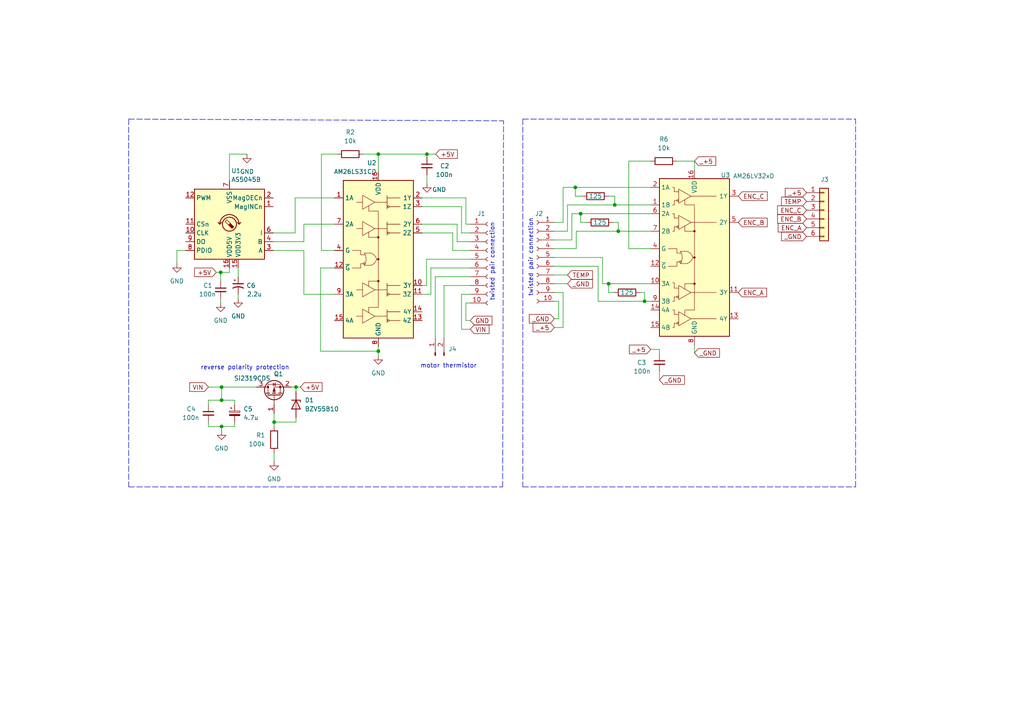
<source format=kicad_sch>
(kicad_sch (version 20211123) (generator eeschema)
  (paper "A4")
  (lib_symbols
    (symbol "Connector:Conn_01x02_Male" (pin_names (offset 1.016) hide)
      (property "Reference" "J" (at 0 2.54 0))
      (property "Value" "Conn_01x02_Male" (at 0 -5.08 0))
      (symbol "Conn_01x02_Male_1_1"
        (polyline (pts (xy 1.27 -2.54) (xy 0.8636 -2.54)) (stroke (width 0.1524)))
        (polyline (pts (xy 1.27 0) (xy 0.8636 0)) (stroke (width 0.1524)))
        (rectangle (start 0.8636 -2.413) (end 0 -2.667) (stroke (width 0.1524)) (fill (type outline)))
        (rectangle (start 0.8636 0.127) (end 0 -0.127) (stroke (width 0.1524)) (fill (type outline)))
        (pin passive line (at 5.08 0 180) (length 3.81) (name "Pin_1") (number "1"))
        (pin passive line (at 5.08 -2.54 180) (length 3.81) (name "Pin_2") (number "2"))
      )
    )
    (symbol "Connector:Conn_01x10_Female" (pin_names (offset 1.016) hide)
      (property "Reference" "J" (at 0 12.7 0))
      (property "Value" "Conn_01x10_Female" (at 0 -15.24 0))
      (symbol "Conn_01x10_Female_1_1"
        (arc (start 0 -12.192) (mid -0.508 -12.7) (end 0 -13.208) (stroke (width 0.1524)))
        (arc (start 0 -9.652) (mid -0.508 -10.16) (end 0 -10.668) (stroke (width 0.1524)))
        (arc (start 0 -7.112) (mid -0.508 -7.62) (end 0 -8.128) (stroke (width 0.1524)))
        (arc (start 0 -4.572) (mid -0.508 -5.08) (end 0 -5.588) (stroke (width 0.1524)))
        (arc (start 0 -2.032) (mid -0.508 -2.54) (end 0 -3.048) (stroke (width 0.1524)))
        (polyline (pts (xy -1.27 -12.7) (xy -0.508 -12.7)) (stroke (width 0.1524)))
        (polyline (pts (xy -1.27 -10.16) (xy -0.508 -10.16)) (stroke (width 0.1524)))
        (polyline (pts (xy -1.27 -7.62) (xy -0.508 -7.62)) (stroke (width 0.1524)))
        (polyline (pts (xy -1.27 -5.08) (xy -0.508 -5.08)) (stroke (width 0.1524)))
        (polyline (pts (xy -1.27 -2.54) (xy -0.508 -2.54)) (stroke (width 0.1524)))
        (polyline (pts (xy -1.27 0) (xy -0.508 0)) (stroke (width 0.1524)))
        (polyline (pts (xy -1.27 2.54) (xy -0.508 2.54)) (stroke (width 0.1524)))
        (polyline (pts (xy -1.27 5.08) (xy -0.508 5.08)) (stroke (width 0.1524)))
        (polyline (pts (xy -1.27 7.62) (xy -0.508 7.62)) (stroke (width 0.1524)))
        (polyline (pts (xy -1.27 10.16) (xy -0.508 10.16)) (stroke (width 0.1524)))
        (arc (start 0 0.508) (mid -0.508 0) (end 0 -0.508) (stroke (width 0.1524)))
        (arc (start 0 3.048) (mid -0.508 2.54) (end 0 2.032) (stroke (width 0.1524)))
        (arc (start 0 5.588) (mid -0.508 5.08) (end 0 4.572) (stroke (width 0.1524)))
        (arc (start 0 8.128) (mid -0.508 7.62) (end 0 7.112) (stroke (width 0.1524)))
        (arc (start 0 10.668) (mid -0.508 10.16) (end 0 9.652) (stroke (width 0.1524)))
        (pin passive line (at -5.08 10.16 0) (length 3.81) (name "Pin_1") (number "1"))
        (pin passive line (at -5.08 -12.7 0) (length 3.81) (name "Pin_10") (number "10"))
        (pin passive line (at -5.08 7.62 0) (length 3.81) (name "Pin_2") (number "2"))
        (pin passive line (at -5.08 5.08 0) (length 3.81) (name "Pin_3") (number "3"))
        (pin passive line (at -5.08 2.54 0) (length 3.81) (name "Pin_4") (number "4"))
        (pin passive line (at -5.08 0 0) (length 3.81) (name "Pin_5") (number "5"))
        (pin passive line (at -5.08 -2.54 0) (length 3.81) (name "Pin_6") (number "6"))
        (pin passive line (at -5.08 -5.08 0) (length 3.81) (name "Pin_7") (number "7"))
        (pin passive line (at -5.08 -7.62 0) (length 3.81) (name "Pin_8") (number "8"))
        (pin passive line (at -5.08 -10.16 0) (length 3.81) (name "Pin_9") (number "9"))
      )
    )
    (symbol "Connector_Generic:Conn_01x06" (pin_names (offset 1.016) hide)
      (property "Reference" "J" (at 0 7.62 0))
      (property "Value" "Conn_01x06" (at 0 -10.16 0))
      (symbol "Conn_01x06_1_1"
        (rectangle (start -1.27 -7.493) (end 0 -7.747) (stroke (width 0.1524)))
        (rectangle (start -1.27 -4.953) (end 0 -5.207) (stroke (width 0.1524)))
        (rectangle (start -1.27 -2.413) (end 0 -2.667) (stroke (width 0.1524)))
        (rectangle (start -1.27 0.127) (end 0 -0.127) (stroke (width 0.1524)))
        (rectangle (start -1.27 2.667) (end 0 2.413) (stroke (width 0.1524)))
        (rectangle (start -1.27 5.207) (end 0 4.953) (stroke (width 0.1524)))
        (rectangle (start -1.27 6.35) (end 1.27 -8.89) (stroke (width 0.254)) (fill (type background)))
        (pin passive line (at -5.08 5.08 0) (length 3.81) (name "Pin_1") (number "1"))
        (pin passive line (at -5.08 2.54 0) (length 3.81) (name "Pin_2") (number "2"))
        (pin passive line (at -5.08 0 0) (length 3.81) (name "Pin_3") (number "3"))
        (pin passive line (at -5.08 -2.54 0) (length 3.81) (name "Pin_4") (number "4"))
        (pin passive line (at -5.08 -5.08 0) (length 3.81) (name "Pin_5") (number "5"))
        (pin passive line (at -5.08 -7.62 0) (length 3.81) (name "Pin_6") (number "6"))
      )
    )
    (symbol "Device:C_Polarized_Small" (pin_numbers hide) (pin_names (offset 0.254) hide)
      (property "Reference" "C" (at 0.254 1.778 0))
      (property "Value" "C_Polarized_Small" (at 0.254 -2.032 0))
      (symbol "C_Polarized_Small_0_1"
        (rectangle (start -1.524 -0.3048) (end 1.524 -0.6858) (fill (type outline)))
        (rectangle (start -1.524 0.6858) (end 1.524 0.3048))
        (polyline (pts (xy -1.27 1.524) (xy -0.762 1.524)))
        (polyline (pts (xy -1.016 1.27) (xy -1.016 1.778)))
      )
      (symbol "C_Polarized_Small_1_1"
        (pin passive line (at 0 2.54 270) (length 1.8542) (name "~") (number "1"))
        (pin passive line (at 0 -2.54 90) (length 1.8542) (name "~") (number "2"))
      )
    )
    (symbol "Device:C_Polarized_Small_US" (pin_numbers hide) (pin_names (offset 0.254) hide)
      (property "Reference" "C" (at 0.254 1.778 0))
      (property "Value" "C_Polarized_Small_US" (at 0.254 -2.032 0))
      (symbol "C_Polarized_Small_US_0_1"
        (polyline (pts (xy -1.524 0.508) (xy 1.524 0.508)) (stroke (width 0.3048)))
        (polyline (pts (xy -1.27 1.524) (xy -0.762 1.524)))
        (polyline (pts (xy -1.016 1.27) (xy -1.016 1.778)))
        (arc (start 1.524 -0.762) (mid 0 -0.3734) (end -1.524 -0.762) (stroke (width 0.3048)))
      )
      (symbol "C_Polarized_Small_US_1_1"
        (pin passive line (at 0 2.54 270) (length 2.032) (name "~") (number "1"))
        (pin passive line (at 0 -2.54 90) (length 2.032) (name "~") (number "2"))
      )
    )
    (symbol "Device:C_Small" (pin_numbers hide) (pin_names (offset 0.254) hide)
      (property "Reference" "C" (at 0.254 1.778 0))
      (property "Value" "C_Small" (at 0.254 -2.032 0))
      (symbol "C_Small_0_1"
        (polyline (pts (xy -1.524 -0.508) (xy 1.524 -0.508)) (stroke (width 0.3302)))
        (polyline (pts (xy -1.524 0.508) (xy 1.524 0.508)) (stroke (width 0.3048)))
      )
      (symbol "C_Small_1_1"
        (pin passive line (at 0 2.54 270) (length 2.032) (name "~") (number "1"))
        (pin passive line (at 0 -2.54 90) (length 2.032) (name "~") (number "2"))
      )
    )
    (symbol "Device:R" (pin_numbers hide) (pin_names (offset 0))
      (property "Reference" "R" (at 2.032 0 90))
      (property "Value" "R" (at 0 0 90))
      (symbol "R_0_1"
        (rectangle (start -1.016 -2.54) (end 1.016 2.54) (stroke (width 0.254)))
      )
      (symbol "R_1_1"
        (pin passive line (at 0 3.81 270) (length 1.27) (name "~") (number "1"))
        (pin passive line (at 0 -3.81 90) (length 1.27) (name "~") (number "2"))
      )
    )
    (symbol "Diode:BZV55B10" (pin_numbers hide) (pin_names hide)
      (property "Reference" "D" (at 0 2.54 0))
      (property "Value" "BZV55B10" (at 0 -2.54 0))
      (symbol "BZV55B10_0_1"
        (polyline (pts (xy 1.27 0) (xy -1.27 0)))
        (polyline (pts (xy -1.27 -1.27) (xy -1.27 1.27) (xy -0.762 1.27)) (stroke (width 0.254)))
        (polyline (pts (xy 1.27 -1.27) (xy 1.27 1.27) (xy -1.27 0) (xy 1.27 -1.27)) (stroke (width 0.254)))
      )
      (symbol "BZV55B10_1_1"
        (pin passive line (at -3.81 0 0) (length 2.54) (name "K") (number "1"))
        (pin passive line (at 3.81 0 180) (length 2.54) (name "A") (number "2"))
      )
    )
    (symbol "Interface:AM26LS31CD"
      (property "Reference" "U" (at -8.89 24.13 0))
      (property "Value" "AM26LS31CD" (at 10.16 24.13 0))
      (symbol "AM26LS31CD_0_1"
        (rectangle (start -10.16 22.86) (end 10.16 -22.86) (stroke (width 0.254)) (fill (type background)))
        (arc (start -4.064 -1.778) (mid -3.5541 0) (end -4.064 1.778) (stroke (width 0.127)))
        (circle (center -4.064 -1.27) (radius 0.254))
        (arc (start -2.286 -1.778) (mid -1.1381 -1.1479) (end -0.508 0) (stroke (width 0.127)))
        (arc (start -0.508 0) (mid -1.1381 1.1479) (end -2.286 1.778) (stroke (width 0.127)))
        (circle (center 0 -6.35) (radius 0.254) (fill (type outline)))
        (polyline (pts (xy -4.064 -1.778) (xy -2.286 -1.778)) (stroke (width 0.127)))
        (polyline (pts (xy -2.286 1.778) (xy -4.064 1.778)) (stroke (width 0.127)))
        (polyline (pts (xy -1.016 -16.51) (xy 2.54 -16.51)) (stroke (width 0.127)))
        (polyline (pts (xy -1.016 -8.89) (xy 2.54 -8.89)) (stroke (width 0.127)))
        (polyline (pts (xy -1.016 8.89) (xy 2.54 8.89)) (stroke (width 0.127)))
        (polyline (pts (xy -1.016 16.51) (xy 2.54 16.51)) (stroke (width 0.127)))
        (polyline (pts (xy -0.508 0) (xy 0 0)))
        (polyline (pts (xy 0 0) (xy 0 -13.97)) (stroke (width 0.127)))
        (polyline (pts (xy 0 6.35) (xy 0 0)) (stroke (width 0.127)))
        (polyline (pts (xy 2.54 -18.415) (xy 2.54 -14.605)) (stroke (width 0.1524)))
        (polyline (pts (xy 2.54 -15.24) (xy 6.35 -15.24)) (stroke (width 0.1524)))
        (polyline (pts (xy 2.54 -10.795) (xy 2.54 -6.985)) (stroke (width 0.1524)))
        (polyline (pts (xy 2.54 -7.62) (xy 6.35 -7.62)) (stroke (width 0.1524)))
        (polyline (pts (xy 2.54 6.985) (xy 2.54 10.795)) (stroke (width 0.1524)))
        (polyline (pts (xy 2.54 10.16) (xy 6.35 10.16)) (stroke (width 0.1524)))
        (polyline (pts (xy 2.54 14.605) (xy 2.54 18.415)) (stroke (width 0.1524)))
        (polyline (pts (xy 2.54 17.78) (xy 6.35 17.78)) (stroke (width 0.1524)))
        (polyline (pts (xy 6.35 -17.78) (xy 3.302 -17.78)) (stroke (width 0.1524)))
        (polyline (pts (xy 6.35 -10.16) (xy 3.302 -10.16)) (stroke (width 0.1524)))
        (polyline (pts (xy 6.35 7.62) (xy 3.302 7.62)) (stroke (width 0.1524)))
        (polyline (pts (xy 6.35 15.24) (xy 3.302 15.24)) (stroke (width 0.1524)))
        (polyline (pts (xy 0 -13.97) (xy -2.794 -13.97) (xy -2.794 -15.494)) (stroke (width 0.127)))
        (polyline (pts (xy 0 -6.35) (xy -2.794 -6.35) (xy -2.794 -7.874)) (stroke (width 0.127)))
        (polyline (pts (xy 0 6.35) (xy -2.794 6.35) (xy -2.794 7.874)) (stroke (width 0.127)))
        (polyline (pts (xy -7.62 2.54) (xy -5.08 2.54) (xy -5.08 1.27) (xy -3.81 1.27)) (stroke (width 0.127)))
        (polyline (pts (xy -4.572 18.542) (xy -4.572 14.478) (xy -1.016 16.51) (xy -4.572 18.542)) (stroke (width 0.127)))
        (polyline (pts (xy -4.318 -1.27) (xy -5.08 -1.27) (xy -5.08 -2.54) (xy -7.62 -2.54)) (stroke (width 0.127)))
        (polyline (pts (xy 0 6.35) (xy 0 13.97) (xy -2.794 13.97) (xy -2.794 15.494)) (stroke (width 0.127)))
        (circle (center 0 0) (radius 0.254) (fill (type outline)))
        (circle (center 0 6.35) (radius 0.254) (fill (type outline)))
        (circle (center 2.921 -17.78) (radius 0.254))
        (circle (center 2.921 -10.16) (radius 0.254))
        (circle (center 2.921 7.62) (radius 0.254))
        (circle (center 2.921 15.24) (radius 0.254))
      )
      (symbol "AM26LS31CD_1_1"
        (polyline (pts (xy -6.35 -16.51) (xy -4.572 -16.51)) (stroke (width 0.127)))
        (polyline (pts (xy -6.35 -8.89) (xy -4.572 -8.89)) (stroke (width 0.127)))
        (polyline (pts (xy -6.35 8.89) (xy -4.572 8.89)) (stroke (width 0.127)))
        (polyline (pts (xy -6.35 16.51) (xy -4.572 16.51)) (stroke (width 0.127)))
        (polyline (pts (xy -4.572 -14.478) (xy -4.572 -18.542) (xy -1.016 -16.51) (xy -4.572 -14.478)) (stroke (width 0.127)))
        (polyline (pts (xy -4.572 -6.858) (xy -4.572 -10.922) (xy -1.016 -8.89) (xy -4.572 -6.858)) (stroke (width 0.127)))
        (polyline (pts (xy -4.572 10.922) (xy -4.572 6.858) (xy -1.016 8.89) (xy -4.572 10.922)) (stroke (width 0.127)))
        (pin input line (at -12.7 17.78 0) (length 2.54) (name "1A") (number "1"))
        (pin tri_state line (at 12.7 -7.62 180) (length 2.54) (name "3Y") (number "10"))
        (pin tri_state line (at 12.7 -10.16 180) (length 2.54) (name "3Z") (number "11"))
        (pin input line (at -12.7 -2.54 0) (length 2.54) (name "~{G}") (number "12"))
        (pin tri_state line (at 12.7 -17.78 180) (length 2.54) (name "4Z") (number "13"))
        (pin tri_state line (at 12.7 -15.24 180) (length 2.54) (name "4Y") (number "14"))
        (pin input line (at -12.7 -17.78 0) (length 2.54) (name "4A") (number "15"))
        (pin power_in line (at 0 25.4 270) (length 2.54) (name "VDD") (number "16"))
        (pin tri_state line (at 12.7 17.78 180) (length 2.54) (name "1Y") (number "2"))
        (pin tri_state line (at 12.7 15.24 180) (length 2.54) (name "1Z") (number "3"))
        (pin input line (at -12.7 2.54 0) (length 2.54) (name "G") (number "4"))
        (pin tri_state line (at 12.7 7.62 180) (length 2.54) (name "2Z") (number "5"))
        (pin tri_state line (at 12.7 10.16 180) (length 2.54) (name "2Y") (number "6"))
        (pin input line (at -12.7 10.16 0) (length 2.54) (name "2A") (number "7"))
        (pin power_in line (at 0 -25.4 90) (length 2.54) (name "GND") (number "8"))
        (pin input line (at -12.7 -10.16 0) (length 2.54) (name "3A") (number "9"))
      )
    )
    (symbol "Interface:AM26LV32xD"
      (property "Reference" "U" (at -8.89 24.13 0))
      (property "Value" "AM26LV32xD" (at 10.16 24.13 0))
      (symbol "AM26LV32xD_0_1"
        (rectangle (start -10.16 22.86) (end 10.16 -22.86) (stroke (width 0.254)) (fill (type background)))
        (circle (center -4.826 16.51) (radius 0.254))
        (arc (start -4.064 -1.778) (mid -3.5541 0) (end -4.064 1.778) (stroke (width 0.127)))
        (circle (center -4.064 -1.27) (radius 0.254))
        (arc (start -2.286 -1.778) (mid -1.1381 -1.1479) (end -0.508 0) (stroke (width 0.127)))
        (arc (start -0.508 0) (mid -1.1381 1.1479) (end -2.286 1.778) (stroke (width 0.127)))
        (circle (center 0 -7.62) (radius 0.254) (fill (type outline)))
        (polyline (pts (xy -5.842 16.51) (xy -5.08 16.51)) (stroke (width 0.127)))
        (polyline (pts (xy -5.842 19.05) (xy -4.572 19.05)) (stroke (width 0.127)))
        (polyline (pts (xy -4.064 -1.778) (xy -2.286 -1.778)) (stroke (width 0.127)))
        (polyline (pts (xy -2.286 1.778) (xy -4.064 1.778)) (stroke (width 0.127)))
        (polyline (pts (xy -1.016 -17.78) (xy 6.35 -17.78)) (stroke (width 0.127)))
        (polyline (pts (xy -1.016 -10.16) (xy 6.35 -10.16)) (stroke (width 0.127)))
        (polyline (pts (xy -1.016 10.16) (xy 6.35 10.16)) (stroke (width 0.127)))
        (polyline (pts (xy -1.016 17.78) (xy 6.35 17.78)) (stroke (width 0.127)))
        (polyline (pts (xy -0.508 0) (xy 0 0)))
        (polyline (pts (xy 0 0) (xy 0 -15.24)) (stroke (width 0.127)))
        (polyline (pts (xy 0 7.62) (xy 0 0)) (stroke (width 0.127)))
        (polyline (pts (xy -5.842 -19.05) (xy -5.842 -20.32) (xy -6.35 -20.32)) (stroke (width 0.127)))
        (polyline (pts (xy -5.842 -16.51) (xy -5.842 -15.24) (xy -6.35 -15.24)) (stroke (width 0.127)))
        (polyline (pts (xy -5.842 -11.43) (xy -5.842 -12.7) (xy -6.35 -12.7)) (stroke (width 0.127)))
        (polyline (pts (xy -5.842 -8.89) (xy -5.842 -7.366) (xy -6.35 -7.366)) (stroke (width 0.127)))
        (polyline (pts (xy -5.842 8.89) (xy -5.842 7.62) (xy -6.35 7.62)) (stroke (width 0.127)))
        (polyline (pts (xy -5.842 11.43) (xy -5.842 12.7) (xy -6.35 12.7)) (stroke (width 0.127)))
        (polyline (pts (xy -5.842 19.05) (xy -5.842 20.32) (xy -6.35 20.32)) (stroke (width 0.127)))
        (polyline (pts (xy 0 -15.24) (xy -2.794 -15.24) (xy -2.794 -16.764)) (stroke (width 0.127)))
        (polyline (pts (xy 0 -7.62) (xy -2.794 -7.62) (xy -2.794 -9.144)) (stroke (width 0.127)))
        (polyline (pts (xy 0 7.62) (xy -2.794 7.62) (xy -2.794 9.144)) (stroke (width 0.127)))
        (polyline (pts (xy -7.62 2.54) (xy -5.08 2.54) (xy -5.08 1.27) (xy -3.81 1.27)) (stroke (width 0.127)))
        (polyline (pts (xy -5.842 16.51) (xy -5.842 15.24) (xy -6.096 15.24) (xy -6.35 15.24)) (stroke (width 0.127)))
        (polyline (pts (xy -4.572 19.812) (xy -4.572 15.748) (xy -1.016 17.78) (xy -4.572 19.812)) (stroke (width 0.127)))
        (polyline (pts (xy -4.318 -1.27) (xy -5.08 -1.27) (xy -5.08 -2.54) (xy -7.62 -2.54)) (stroke (width 0.127)))
        (polyline (pts (xy 0 7.62) (xy 0 15.24) (xy -2.794 15.24) (xy -2.794 16.764)) (stroke (width 0.127)))
        (circle (center 0 0) (radius 0.254) (fill (type outline)))
        (circle (center 0 7.62) (radius 0.254) (fill (type outline)))
      )
      (symbol "AM26LV32xD_1_1"
        (circle (center -4.826 -19.05) (radius 0.254))
        (circle (center -4.826 -11.43) (radius 0.254))
        (circle (center -4.826 8.89) (radius 0.254))
        (polyline (pts (xy -5.842 -19.05) (xy -5.08 -19.05)) (stroke (width 0.127)))
        (polyline (pts (xy -5.842 -16.51) (xy -4.572 -16.51)) (stroke (width 0.127)))
        (polyline (pts (xy -5.842 -11.43) (xy -5.08 -11.43)) (stroke (width 0.127)))
        (polyline (pts (xy -5.842 -8.89) (xy -4.572 -8.89)) (stroke (width 0.127)))
        (polyline (pts (xy -5.842 8.89) (xy -5.08 8.89)) (stroke (width 0.127)))
        (polyline (pts (xy -5.842 11.43) (xy -4.572 11.43)) (stroke (width 0.127)))
        (polyline (pts (xy -4.572 -15.748) (xy -4.572 -19.812) (xy -1.016 -17.78) (xy -4.572 -15.748)) (stroke (width 0.127)))
        (polyline (pts (xy -4.572 -8.128) (xy -4.572 -12.192) (xy -1.016 -10.16) (xy -4.572 -8.128)) (stroke (width 0.127)))
        (polyline (pts (xy -4.572 12.192) (xy -4.572 8.128) (xy -1.016 10.16) (xy -4.572 12.192)) (stroke (width 0.127)))
        (pin input line (at -12.7 15.24 0) (length 2.54) (name "1B") (number "1"))
        (pin input line (at -12.7 -7.62 0) (length 2.54) (name "3A") (number "10"))
        (pin tri_state line (at 12.7 -10.16 180) (length 2.54) (name "3Y") (number "11"))
        (pin input line (at -12.7 -2.54 0) (length 2.54) (name "~{G}") (number "12"))
        (pin tri_state line (at 12.7 -17.78 180) (length 2.54) (name "4Y") (number "13"))
        (pin input line (at -12.7 -15.24 0) (length 2.54) (name "4A") (number "14"))
        (pin input line (at -12.7 -20.32 0) (length 2.54) (name "4B") (number "15"))
        (pin power_in line (at 0 25.4 270) (length 2.54) (name "VDD") (number "16"))
        (pin input line (at -12.7 20.32 0) (length 2.54) (name "1A") (number "2"))
        (pin tri_state line (at 12.7 17.78 180) (length 2.54) (name "1Y") (number "3"))
        (pin input line (at -12.7 2.54 0) (length 2.54) (name "G") (number "4"))
        (pin tri_state line (at 12.7 10.16 180) (length 2.54) (name "2Y") (number "5"))
        (pin input line (at -12.7 12.7 0) (length 2.54) (name "2A") (number "6"))
        (pin input line (at -12.7 7.62 0) (length 2.54) (name "2B") (number "7"))
        (pin power_in line (at 0 -25.4 90) (length 2.54) (name "GND") (number "8"))
        (pin input line (at -12.7 -12.7 0) (length 2.54) (name "3B") (number "9"))
      )
    )
    (symbol "Sensor_Magnetic:AS5045B"
      (property "Reference" "U" (at -10.16 11.43 0))
      (property "Value" "AS5045B" (at 11.43 11.43 0))
      (symbol "AS5045B_0_1"
        (rectangle (start -10.16 10.16) (end 10.16 -10.16) (stroke (width 0.254)) (fill (type background)))
        (arc (start -2.794 0) (mid 0 -2.794) (end 2.794 0) (stroke (width 0.254)))
        (polyline (pts (xy -2.794 0) (xy -3.302 -0.508)) (stroke (width 0.254)))
        (polyline (pts (xy -2.794 0) (xy -2.286 -0.508)) (stroke (width 0.254)))
        (polyline (pts (xy 2.794 0) (xy 2.286 -0.508)) (stroke (width 0.254)))
        (polyline (pts (xy 2.794 0) (xy 3.302 -0.508)) (stroke (width 0.254)))
        (polyline (pts (xy 0.254 0.254) (xy 1.27 -0.762) (xy 0.762 -1.27) (xy -0.254 -0.254)))
        (polyline (pts (xy -0.762 1.27) (xy 0.254 0.254) (xy -0.254 -0.254) (xy -1.27 0.762) (xy -1.016 1.016) (xy -0.762 1.27) (xy -0.635 1.143)) (fill (type outline)))
        (circle (center 0 0) (radius 2.032) (stroke (width 0.254)))
      )
      (symbol "AS5045B_1_1"
        (pin open_collector line (at -12.7 -5.08 0) (length 2.54) (name "MagINCn") (number "1"))
        (pin input line (at 12.7 2.54 180) (length 2.54) (name "CLK") (number "10"))
        (pin input line (at 12.7 0 180) (length 2.54) (name "CSn") (number "11"))
        (pin output line (at 12.7 -7.62 180) (length 2.54) (name "PWM") (number "12"))
        (pin no_connect line (at 10.16 -5.08 180) (length 2.54) hide (name "NC") (number "13"))
        (pin no_connect line (at 2.54 -10.16 90) (length 2.54) hide (name "NC") (number "14"))
        (pin power_in line (at -2.54 12.7 270) (length 2.54) (name "VDD3V3") (number "15"))
        (pin power_in line (at 0 12.7 270) (length 2.54) (name "VDD5V") (number "16"))
        (pin open_collector line (at -12.7 -7.62 0) (length 2.54) (name "MagDECn") (number "2"))
        (pin output line (at -12.7 7.62 0) (length 2.54) (name "A") (number "3"))
        (pin output line (at -12.7 5.08 0) (length 2.54) (name "B") (number "4"))
        (pin no_connect line (at 10.16 -2.54 180) (length 2.54) hide (name "NC") (number "5"))
        (pin output line (at -12.7 2.54 0) (length 2.54) (name "I") (number "6"))
        (pin power_in line (at 0 -12.7 90) (length 2.54) (name "VSS") (number "7"))
        (pin input line (at 12.7 7.62 180) (length 2.54) (name "PDIO") (number "8"))
        (pin output line (at 12.7 5.08 180) (length 2.54) (name "DO") (number "9"))
      )
    )
    (symbol "Transistor_FET:Si2319CDS" (pin_names hide)
      (property "Reference" "Q" (at 5.08 1.905 0))
      (property "Value" "Si2319CDS" (at 5.08 0 0))
      (symbol "Si2319CDS_0_1"
        (polyline (pts (xy 0.254 0) (xy -2.54 0)))
        (polyline (pts (xy 0.254 1.905) (xy 0.254 -1.905)) (stroke (width 0.254)))
        (polyline (pts (xy 0.762 -1.27) (xy 0.762 -2.286)) (stroke (width 0.254)))
        (polyline (pts (xy 0.762 0.508) (xy 0.762 -0.508)) (stroke (width 0.254)))
        (polyline (pts (xy 0.762 2.286) (xy 0.762 1.27)) (stroke (width 0.254)))
        (polyline (pts (xy 2.54 2.54) (xy 2.54 1.778)))
        (polyline (pts (xy 2.54 -2.54) (xy 2.54 0) (xy 0.762 0)))
        (polyline (pts (xy 0.762 1.778) (xy 3.302 1.778) (xy 3.302 -1.778) (xy 0.762 -1.778)))
        (polyline (pts (xy 2.286 0) (xy 1.27 0.381) (xy 1.27 -0.381) (xy 2.286 0)) (fill (type outline)))
        (polyline (pts (xy 2.794 -0.508) (xy 2.921 -0.381) (xy 3.683 -0.381) (xy 3.81 -0.254)))
        (polyline (pts (xy 3.302 -0.381) (xy 2.921 0.254) (xy 3.683 0.254) (xy 3.302 -0.381)))
        (circle (center 1.651 0) (radius 2.794) (stroke (width 0.254)))
        (circle (center 2.54 -1.778) (radius 0.254) (fill (type outline)))
        (circle (center 2.54 1.778) (radius 0.254) (fill (type outline)))
      )
      (symbol "Si2319CDS_1_1"
        (pin input line (at -5.08 0 0) (length 2.54) (name "G") (number "1"))
        (pin passive line (at 2.54 -5.08 90) (length 2.54) (name "S") (number "2"))
        (pin passive line (at 2.54 5.08 270) (length 2.54) (name "D") (number "3"))
      )
    )
    (symbol "power:GND" (power) (pin_names (offset 0))
      (property "Value" "GND" (at 0 -3.81 0))
      (symbol "GND_0_1"
        (polyline (pts (xy 0 0) (xy 0 -1.27) (xy 1.27 -1.27) (xy 0 -2.54) (xy -1.27 -1.27) (xy 0 -1.27)))
      )
      (symbol "GND_1_1"
        (pin power_in line (at 0 0 270) (length 0) hide (name "GND") (number "1"))
      )
    )
  )
  (junction (at 64.262 112.268))
  (junction (at 64.262 116.078))
  (junction (at 85.852 112.268))
  (junction (at 64.008 78.994))
  (junction (at 109.728 44.704))
  (junction (at 166.878 54.356))
  (junction (at 178.308 59.436))
  (junction (at 176.53 82.296))
  (junction (at 64.262 123.698))
  (junction (at 179.324 67.056))
  (junction (at 186.944 87.376))
  (junction (at 109.728 101.854))
  (junction (at 168.402 61.976))
  (junction (at 79.502 122.428))
  (junction (at 123.825 44.704))
  (wire (pts (xy 123.825 44.704) (xy 123.825 45.593)))
  (wire (pts (xy 109.728 44.704) (xy 109.728 49.784)))
  (wire (pts (xy 69.088 77.724) (xy 69.088 80.264)))
  (wire (pts (xy 64.008 86.614) (xy 64.008 87.884)))
  (wire (pts (xy 51.308 72.644) (xy 51.308 76.454)))
  (wire (pts (xy 133.858 85.344) (xy 136.398 85.344)))
  (wire (pts (xy 92.964 101.854) (xy 109.728 101.854)))
  (wire (pts (xy 126.238 98.044) (xy 126.238 80.264)))
  (polyline (pts (xy 145.796 141.224) (xy 146.05 35.052)))
  (wire (pts (xy 85.852 112.268) (xy 87.122 112.268)))
  (wire (pts (xy 164.592 59.436) (xy 178.308 59.436)))
  (wire (pts (xy 160.782 77.216) (xy 173.482 77.216)))
  (polyline (pts (xy 37.338 34.544) (xy 146.05 35.052)))
  (wire (pts (xy 160.782 74.676) (xy 174.752 74.676)))
  (polyline (pts (xy 151.638 141.224) (xy 248.158 141.224)))
  (wire (pts (xy 179.324 67.056) (xy 188.722 67.056)))
  (wire (pts (xy 188.722 101.346) (xy 191.262 101.346)))
  (wire (pts (xy 79.248 72.644) (xy 88.138 72.644)))
  (wire (pts (xy 133.858 95.504) (xy 133.858 85.344)))
  (wire (pts (xy 160.782 92.456) (xy 162.052 92.456)))
  (polyline (pts (xy 37.338 34.544) (xy 37.338 141.224)))
  (wire (pts (xy 191.262 101.346) (xy 191.262 102.616)))
  (wire (pts (xy 163.322 84.836) (xy 160.782 84.836)))
  (wire (pts (xy 160.782 67.056) (xy 164.592 67.056)))
  (polyline (pts (xy 151.638 34.544) (xy 248.158 34.544)))
  (wire (pts (xy 178.054 84.836) (xy 176.53 84.836)))
  (wire (pts (xy 97.028 77.724) (xy 92.964 77.724)))
  (wire (pts (xy 85.598 67.564) (xy 85.598 57.404)))
  (wire (pts (xy 162.052 87.376) (xy 160.782 87.376)))
  (wire (pts (xy 66.548 44.704) (xy 66.548 52.324)))
  (wire (pts (xy 177.8 64.516) (xy 179.324 64.516)))
  (wire (pts (xy 64.008 81.534) (xy 64.008 78.994)))
  (wire (pts (xy 109.728 44.704) (xy 123.825 44.704)))
  (wire (pts (xy 79.502 131.318) (xy 79.502 133.858)))
  (wire (pts (xy 167.132 67.056) (xy 179.324 67.056)))
  (wire (pts (xy 136.398 87.884) (xy 135.128 87.884)))
  (wire (pts (xy 163.322 94.996) (xy 163.322 84.836)))
  (wire (pts (xy 182.372 72.136) (xy 188.722 72.136)))
  (wire (pts (xy 136.398 67.564) (xy 133.858 67.564)))
  (wire (pts (xy 64.008 78.994) (xy 62.738 78.994)))
  (wire (pts (xy 131.318 72.644) (xy 131.318 67.564)))
  (wire (pts (xy 136.398 95.504) (xy 133.858 95.504)))
  (wire (pts (xy 186.944 87.376) (xy 188.722 87.376)))
  (wire (pts (xy 173.482 77.216) (xy 173.482 87.376)))
  (wire (pts (xy 135.128 57.404) (xy 122.428 57.404)))
  (wire (pts (xy 128.778 82.804) (xy 128.778 98.044)))
  (wire (pts (xy 60.452 122.428) (xy 60.452 123.698)))
  (wire (pts (xy 178.308 59.436) (xy 188.722 59.436)))
  (wire (pts (xy 176.53 82.296) (xy 188.722 82.296)))
  (wire (pts (xy 71.628 44.704) (xy 66.548 44.704)))
  (wire (pts (xy 133.858 67.564) (xy 133.858 59.944)))
  (wire (pts (xy 165.862 69.596) (xy 160.782 69.596)))
  (wire (pts (xy 84.582 112.268) (xy 85.852 112.268)))
  (polyline (pts (xy 248.158 141.224) (xy 248.158 34.544)))
  (wire (pts (xy 88.138 72.644) (xy 88.138 85.344)))
  (wire (pts (xy 160.782 94.996) (xy 163.322 94.996)))
  (wire (pts (xy 64.262 123.698) (xy 68.072 123.698)))
  (wire (pts (xy 60.452 117.348) (xy 60.452 116.078)))
  (polyline (pts (xy 37.338 141.224) (xy 145.796 141.224)))
  (wire (pts (xy 160.782 82.296) (xy 164.592 82.296)))
  (wire (pts (xy 136.398 72.644) (xy 131.318 72.644)))
  (wire (pts (xy 168.402 64.516) (xy 168.402 61.976)))
  (wire (pts (xy 64.262 116.078) (xy 68.072 116.078)))
  (wire (pts (xy 176.53 56.896) (xy 178.308 56.896)))
  (wire (pts (xy 79.502 122.428) (xy 85.852 122.428)))
  (wire (pts (xy 123.698 82.804) (xy 123.698 75.184)))
  (wire (pts (xy 68.072 123.698) (xy 68.072 122.428)))
  (wire (pts (xy 123.698 75.184) (xy 136.398 75.184)))
  (wire (pts (xy 64.262 112.268) (xy 64.262 116.078)))
  (wire (pts (xy 53.848 72.644) (xy 51.308 72.644)))
  (wire (pts (xy 85.852 112.268) (xy 85.852 113.538)))
  (wire (pts (xy 166.878 54.356) (xy 188.722 54.356)))
  (wire (pts (xy 64.262 123.698) (xy 64.262 124.968)))
  (wire (pts (xy 167.132 72.136) (xy 167.132 67.056)))
  (wire (pts (xy 174.752 74.676) (xy 174.752 82.296)))
  (wire (pts (xy 178.308 56.896) (xy 178.308 59.436)))
  (wire (pts (xy 92.964 77.724) (xy 92.964 101.854)))
  (wire (pts (xy 97.028 65.024) (xy 88.138 65.024)))
  (wire (pts (xy 131.318 67.564) (xy 122.428 67.564)))
  (wire (pts (xy 174.752 82.296) (xy 176.53 82.296)))
  (wire (pts (xy 163.322 64.516) (xy 163.322 54.356)))
  (wire (pts (xy 79.248 67.564) (xy 85.598 67.564)))
  (wire (pts (xy 191.262 107.696) (xy 191.262 110.236)))
  (wire (pts (xy 182.372 46.736) (xy 182.372 72.136)))
  (wire (pts (xy 93.218 72.644) (xy 93.218 44.704)))
  (wire (pts (xy 179.324 64.516) (xy 179.324 67.056)))
  (wire (pts (xy 79.502 119.888) (xy 79.502 122.428)))
  (wire (pts (xy 133.858 59.944) (xy 122.428 59.944)))
  (wire (pts (xy 160.782 79.756) (xy 164.592 79.756)))
  (wire (pts (xy 85.852 121.158) (xy 85.852 122.428)))
  (wire (pts (xy 60.452 112.268) (xy 64.262 112.268)))
  (wire (pts (xy 135.128 65.024) (xy 135.128 57.404)))
  (wire (pts (xy 164.592 67.056) (xy 164.592 59.436)))
  (wire (pts (xy 123.825 44.704) (xy 126.365 44.704)))
  (wire (pts (xy 182.372 46.736) (xy 188.722 46.736)))
  (wire (pts (xy 85.598 57.404) (xy 97.028 57.404)))
  (wire (pts (xy 64.008 78.994) (xy 66.548 78.994)))
  (wire (pts (xy 201.422 49.276) (xy 201.422 46.736)))
  (wire (pts (xy 163.322 54.356) (xy 166.878 54.356)))
  (wire (pts (xy 79.248 70.104) (xy 88.138 70.104)))
  (wire (pts (xy 136.398 82.804) (xy 128.778 82.804)))
  (wire (pts (xy 186.944 84.836) (xy 186.944 87.376)))
  (wire (pts (xy 88.138 70.104) (xy 88.138 65.024)))
  (polyline (pts (xy 151.638 34.544) (xy 151.638 141.224)))
  (wire (pts (xy 68.072 117.348) (xy 68.072 116.078)))
  (wire (pts (xy 60.452 116.078) (xy 64.262 116.078)))
  (wire (pts (xy 188.722 61.976) (xy 168.402 61.976)))
  (wire (pts (xy 122.428 82.804) (xy 123.698 82.804)))
  (wire (pts (xy 69.088 85.344) (xy 69.088 86.614)))
  (wire (pts (xy 124.968 77.724) (xy 136.398 77.724)))
  (wire (pts (xy 165.862 61.976) (xy 165.862 69.596)))
  (wire (pts (xy 135.128 92.964) (xy 136.398 92.964)))
  (wire (pts (xy 196.342 46.736) (xy 201.422 46.736)))
  (wire (pts (xy 93.218 44.704) (xy 97.79 44.704)))
  (wire (pts (xy 185.674 84.836) (xy 186.944 84.836)))
  (wire (pts (xy 122.428 85.344) (xy 124.968 85.344)))
  (wire (pts (xy 166.878 56.896) (xy 166.878 54.356)))
  (wire (pts (xy 66.548 77.724) (xy 66.548 78.994)))
  (wire (pts (xy 109.728 100.584) (xy 109.728 101.854)))
  (wire (pts (xy 126.238 80.264) (xy 136.398 80.264)))
  (wire (pts (xy 124.968 85.344) (xy 124.968 77.724)))
  (wire (pts (xy 60.452 123.698) (xy 64.262 123.698)))
  (wire (pts (xy 105.41 44.704) (xy 109.728 44.704)))
  (wire (pts (xy 176.53 84.836) (xy 176.53 82.296)))
  (wire (pts (xy 132.588 65.024) (xy 122.428 65.024)))
  (wire (pts (xy 97.028 72.644) (xy 93.218 72.644)))
  (wire (pts (xy 160.782 64.516) (xy 163.322 64.516)))
  (wire (pts (xy 201.422 100.076) (xy 201.422 102.362)))
  (wire (pts (xy 136.398 70.104) (xy 132.588 70.104)))
  (wire (pts (xy 162.052 92.456) (xy 162.052 87.376)))
  (wire (pts (xy 168.91 56.896) (xy 166.878 56.896)))
  (wire (pts (xy 136.398 65.024) (xy 135.128 65.024)))
  (wire (pts (xy 123.825 50.673) (xy 123.825 53.213)))
  (wire (pts (xy 132.588 70.104) (xy 132.588 65.024)))
  (wire (pts (xy 173.482 87.376) (xy 186.944 87.376)))
  (wire (pts (xy 168.402 61.976) (xy 165.862 61.976)))
  (wire (pts (xy 170.18 64.516) (xy 168.402 64.516)))
  (wire (pts (xy 64.262 112.268) (xy 74.422 112.268)))
  (wire (pts (xy 109.728 101.854) (xy 109.728 103.124)))
  (wire (pts (xy 79.502 122.428) (xy 79.502 123.698)))
  (wire (pts (xy 135.128 87.884) (xy 135.128 92.964)))
  (wire (pts (xy 160.782 72.136) (xy 167.132 72.136)))
  (wire (pts (xy 88.138 85.344) (xy 97.028 85.344)))
  (text "twisted pair connection" (at 143.51 87.376 90) (effects (font (size 1.27 1.27)) (justify left bottom)))
  (text "motor thermistor\n" (at 121.92 106.934 0) (effects (font (size 1.27 1.27)) (justify left bottom)))
  (text "twisted pair connection" (at 154.686 86.106 90) (effects (font (size 1.27 1.27)) (justify left bottom)))
  (text "reverse polarity protection" (at 58.166 107.442 0) (effects (font (size 1.27 1.27)) (justify left bottom)))
  (global_label "_GND" (shape input) (at 233.934 68.58 180) (property "Intersheet References" "${INTERSHEET_REFS}" (effects hide)))
  (global_label "ENC_C" (shape input) (at 233.934 60.96 180) (property "Intersheet References" "${INTERSHEET_REFS}" (effects hide)))
  (global_label "_+5" (shape input) (at 188.722 101.346 180) (property "Intersheet References" "${INTERSHEET_REFS}" (effects hide)))
  (global_label "GND" (shape input) (at 136.398 92.964 0) (property "Intersheet References" "${INTERSHEET_REFS}" (effects hide)))
  (global_label "ENC_A" (shape input) (at 214.122 84.836 0) (property "Intersheet References" "${INTERSHEET_REFS}" (effects hide)))
  (global_label "+5V" (shape input) (at 87.122 112.268 0) (property "Intersheet References" "${INTERSHEET_REFS}" (effects hide)))
  (global_label "_+5" (shape input) (at 201.422 46.736 0) (property "Intersheet References" "${INTERSHEET_REFS}" (effects hide)))
  (global_label "TEMP" (shape input) (at 164.592 79.756 0) (property "Intersheet References" "${INTERSHEET_REFS}" (effects hide)))
  (global_label "ENC_B" (shape input) (at 233.934 63.5 180) (property "Intersheet References" "${INTERSHEET_REFS}" (effects hide)))
  (global_label "+5V" (shape input) (at 126.365 44.704 0) (property "Intersheet References" "${INTERSHEET_REFS}" (effects hide)))
  (global_label "_GND" (shape input) (at 191.262 110.236 0) (property "Intersheet References" "${INTERSHEET_REFS}" (effects hide)))
  (global_label "VIN" (shape input) (at 136.398 95.504 0) (property "Intersheet References" "${INTERSHEET_REFS}" (effects hide)))
  (global_label "+5V" (shape input) (at 62.738 78.994 180) (property "Intersheet References" "${INTERSHEET_REFS}" (effects hide)))
  (global_label "_GND" (shape input) (at 160.782 92.456 180) (property "Intersheet References" "${INTERSHEET_REFS}" (effects hide)))
  (global_label "_GND" (shape input) (at 201.422 102.362 0) (property "Intersheet References" "${INTERSHEET_REFS}" (effects hide)))
  (global_label "ENC_C" (shape input) (at 214.122 56.896 0) (property "Intersheet References" "${INTERSHEET_REFS}" (effects hide)))
  (global_label "_GND" (shape input) (at 164.592 82.296 0) (property "Intersheet References" "${INTERSHEET_REFS}" (effects hide)))
  (global_label "_+5" (shape input) (at 160.782 94.996 180) (property "Intersheet References" "${INTERSHEET_REFS}" (effects hide)))
  (global_label "VIN" (shape input) (at 60.452 112.268 180) (property "Intersheet References" "${INTERSHEET_REFS}" (effects hide)))
  (global_label "_+5" (shape input) (at 233.934 55.88 180) (property "Intersheet References" "${INTERSHEET_REFS}" (effects hide)))
  (global_label "ENC_A" (shape input) (at 233.934 66.04 180) (property "Intersheet References" "${INTERSHEET_REFS}" (effects hide)))
  (global_label "ENC_B" (shape input) (at 214.122 64.516 0) (property "Intersheet References" "${INTERSHEET_REFS}" (effects hide)))
  (global_label "TEMP" (shape input) (at 233.934 58.42 180) (property "Intersheet References" "${INTERSHEET_REFS}" (effects hide)))
  (symbol (lib_id "Connector:Conn_01x10_Female") (at 141.478 75.184 0) (unit 1)
    (property "Reference" "J1" (at 138.43 61.976 0) (effects (justify left)))
    (property "Value" "Conn_01x10_Female" (effects hide))
    (property "Footprint" "Connector_PinHeader_2.54mm:PinHeader_2x05_P2.54mm_Vertical" (effects hide))
  )
  (symbol (lib_id "Interface:AM26LV32xD") (at 201.422 74.676 0) (unit 1)
    (property "Reference" "U3" (at 209.042 50.8 0) (effects (justify left)))
    (property "Value" "AM26LV32xD" (at 212.598 51.054 0) (effects (justify left)))
    (property "Footprint" "Package_SO:SOIC-16_3.9x9.9mm_P1.27mm" (effects hide))
    (property "Datasheet" "http://www.ti.com/lit/ds/symlink/am26lv32.pdf" (effects hide))
  )
  (symbol (lib_id "Device:R") (at 173.99 64.516 90) (mirror x) (unit 1)
    (property "Reference" "R4" (effects hide))
    (property "Value" "125" (at 173.99 64.516 90))
    (property "Footprint" "Resistor_SMD:R_0603_1608Metric" (effects hide))
  )
  (symbol (lib_id "Device:C_Small") (at 60.452 119.888 0) (mirror y) (unit 1)
    (property "Reference" "C4" (at 54.102 118.618 0) (effects (justify right)))
    (property "Value" "100n" (at 52.832 121.158 0) (effects (justify right)))
    (property "Footprint" "Capacitor_SMD:C_0603_1608Metric" (effects hide))
  )
  (symbol (lib_id "Device:C_Small") (at 191.262 105.156 0) (unit 1)
    (property "Reference" "C3" (at 187.452 105.156 0) (effects (justify right)))
    (property "Value" "100n" (at 188.722 107.696 0) (effects (justify right)))
    (property "Footprint" "Capacitor_SMD:C_0603_1608Metric" (effects hide))
  )
  (symbol (lib_id "power:GND") (at 69.088 86.614 0) (mirror y) (unit 1)
    (property "Reference" "#PWR03" (effects hide))
    (property "Value" "GND" (at 69.088 91.694 0))
  )
  (symbol (lib_id "Device:R") (at 101.6 44.704 90) (mirror x) (unit 1)
    (property "Reference" "R2" (at 101.6 38.354 90))
    (property "Value" "10k" (at 101.6 40.894 90))
    (property "Footprint" "Resistor_SMD:R_0603_1608Metric" (effects hide))
  )
  (symbol (lib_id "power:GND") (at 51.308 76.454 0) (unit 1)
    (property "Reference" "#PWR02" (effects hide))
    (property "Value" "GND" (at 51.308 81.534 0))
  )
  (symbol (lib_id "Device:C_Small") (at 64.008 84.074 0) (mirror y) (unit 1)
    (property "Reference" "C1" (at 58.928 82.804 0) (effects (justify right)))
    (property "Value" "100n" (at 57.658 85.344 0) (effects (justify right)))
    (property "Footprint" "Capacitor_SMD:C_0603_1608Metric" (effects hide))
  )
  (symbol (lib_id "Transistor_FET:Si2319CDS") (at 79.502 114.808 90) (unit 1)
    (property "Reference" "Q1" (at 80.772 108.458 90))
    (property "Value" "Si2319CDS" (at 73.152 109.728 90))
    (property "Footprint" "Package_TO_SOT_SMD:SOT-23" (effects hide))
    (property "Datasheet" "http://www.vishay.com/docs/66709/si2319cd.pdf" (effects hide))
  )
  (symbol (lib_id "Device:R") (at 181.864 84.836 90) (mirror x) (unit 1)
    (property "Reference" "R5" (effects hide))
    (property "Value" "125" (at 181.864 84.836 90))
    (property "Footprint" "Resistor_SMD:R_0603_1608Metric" (effects hide))
  )
  (symbol (lib_id "Connector:Conn_01x02_Male") (at 126.238 103.124 90) (unit 1)
    (property "Reference" "J4" (at 130.048 101.2189 90) (effects (justify right)))
    (property "Value" "THRM_IN" (effects hide))
    (property "Footprint" "Connector_PinHeader_2.54mm:PinHeader_1x02_P2.54mm_Vertical" (effects hide))
  )
  (symbol (lib_id "power:GND") (at 64.262 124.968 0) (unit 1)
    (property "Reference" "#PWR08" (effects hide))
    (property "Value" "GND" (at 64.262 130.048 0))
  )
  (symbol (lib_id "Connector:Conn_01x10_Female") (at 155.702 74.676 0) (mirror y) (unit 1)
    (property "Reference" "J2" (at 156.337 61.976 0))
    (property "Value" "Conn_01x10_Female" (effects hide))
    (property "Footprint" "Connector_PinHeader_2.54mm:PinHeader_2x05_P2.54mm_Vertical" (effects hide))
  )
  (symbol (lib_id "Device:R") (at 172.72 56.896 90) (mirror x) (unit 1)
    (property "Reference" "R3" (effects hide))
    (property "Value" "125" (at 172.72 56.896 90))
    (property "Footprint" "Resistor_SMD:R_0603_1608Metric" (effects hide))
  )
  (symbol (lib_id "power:GND") (at 64.008 87.884 0) (mirror y) (unit 1)
    (property "Reference" "#PWR01" (effects hide))
    (property "Value" "GND" (at 64.008 92.964 0))
  )
  (symbol (lib_id "Diode:BZV55B10") (at 85.852 117.348 270) (unit 1)
    (property "Reference" "D1" (at 88.392 116.0779 90) (effects (justify left)))
    (property "Value" "BZV55B10" (at 88.392 118.6179 90) (effects (justify left)))
    (property "Footprint" "Diode_SMD:D_MiniMELF" (effects hide))
    (property "Datasheet" "https://assets.nexperia.com/documents/data-sheet/BZV55_SER.pdf" (effects hide))
  )
  (symbol (lib_id "power:GND") (at 109.728 103.124 0) (mirror y) (unit 1)
    (property "Reference" "#PWR06" (effects hide))
    (property "Value" "GND" (at 109.728 108.204 0))
  )
  (symbol (lib_id "Sensor_Magnetic:AS5045B") (at 66.548 65.024 180) (unit 1)
    (property "Reference" "U1" (at 67.0686 49.53 0) (effects (justify right)))
    (property "Value" "AS5045B" (at 67.0686 52.07 0) (effects (justify right)))
    (property "Footprint" "Package_SO:SSOP-16_5.3x6.2mm_P0.65mm" (effects hide))
    (property "Datasheet" "https://ams.com/documents/20143/36005/AS5045B_DS000397_2-00.pdf" (effects hide))
  )
  (symbol (lib_id "power:GND") (at 79.502 133.858 0) (unit 1)
    (property "Reference" "#PWR07" (effects hide))
    (property "Value" "GND" (at 79.502 138.938 0))
  )
  (symbol (lib_id "Device:C_Polarized_Small_US") (at 69.088 82.804 0) (unit 1)
    (property "Reference" "C6" (at 74.168 82.804 0) (effects (justify right)))
    (property "Value" "2.2u" (at 71.628 85.344 0) (effects (justify left)))
    (property "Footprint" "Capacitor_SMD:C_0603_1608Metric" (effects hide))
  )
  (symbol (lib_id "Device:C_Polarized_Small") (at 68.072 119.888 0) (unit 1)
    (property "Reference" "C5" (at 70.612 118.618 0) (effects (justify left)))
    (property "Value" "4.7u" (at 70.612 121.158 0) (effects (justify left)))
    (property "Footprint" "Capacitor_Tantalum_SMD:CP_EIA-3216-18_Kemet-A" (effects hide))
    (property "Datasheet" "https://datasheet.lcsc.com/lcsc/1810191222_Samsung-Electro-Mechanics-CL05B104KB54PNC_C307331.pdf" (effects hide))
    (property "LCSC" "C110055" (effects hide))
  )
  (symbol (lib_id "Device:C_Small") (at 123.825 48.133 0) (mirror y) (unit 1)
    (property "Reference" "C2" (at 127.635 48.133 0) (effects (justify right)))
    (property "Value" "100n" (at 126.365 50.673 0) (effects (justify right)))
    (property "Footprint" "Capacitor_SMD:C_0603_1608Metric" (effects hide))
  )
  (symbol (lib_id "Device:R") (at 79.502 127.508 0) (unit 1)
    (property "Reference" "R1" (at 76.962 126.2379 0) (effects (justify right)))
    (property "Value" "100k" (at 76.962 128.7779 0) (effects (justify right)))
    (property "Footprint" "Resistor_SMD:R_0603_1608Metric" (effects hide))
  )
  (symbol (lib_id "power:GND") (at 123.825 53.213 0) (mirror y) (unit 1)
    (property "Reference" "#PWR05" (effects hide))
    (property "Value" "GND" (at 127.381 54.991 0))
  )
  (symbol (lib_id "Interface:AM26LS31CD") (at 109.728 75.184 0) (unit 1)
    (property "Reference" "U2" (at 109.2074 47.244 0) (effects (justify right)))
    (property "Value" "AM26LS31CD" (at 109.2074 49.784 0) (effects (justify right)))
    (property "Footprint" "Package_SO:SOIC-16_3.9x9.9mm_P1.27mm" (effects hide))
    (property "Datasheet" "https://www.ti.com/lit/ds/symlink/am26ls31.pdf" (effects hide))
  )
  (symbol (lib_id "power:GND") (at 71.628 44.704 0) (unit 1)
    (property "Reference" "#PWR04" (effects hide))
    (property "Value" "GND" (at 71.628 49.784 0))
  )
  (symbol (lib_id "Device:R") (at 192.532 46.736 90) (mirror x) (unit 1)
    (property "Reference" "R6" (at 192.532 40.386 90))
    (property "Value" "10k" (at 192.532 42.926 90))
    (property "Footprint" "Resistor_SMD:R_0603_1608Metric" (effects hide))
  )
  (symbol (lib_id "Connector_Generic:Conn_01x06") (at 239.014 60.96 0) (unit 1)
    (property "Reference" "J3" (at 237.998 52.07 0) (effects (justify left)))
    (property "Value" "Conn_01x06" (effects hide))
    (property "Footprint" "Connector_JST:my_JST_1x06_P2.00mm_Vertical" (effects hide))
  )
)
</source>
